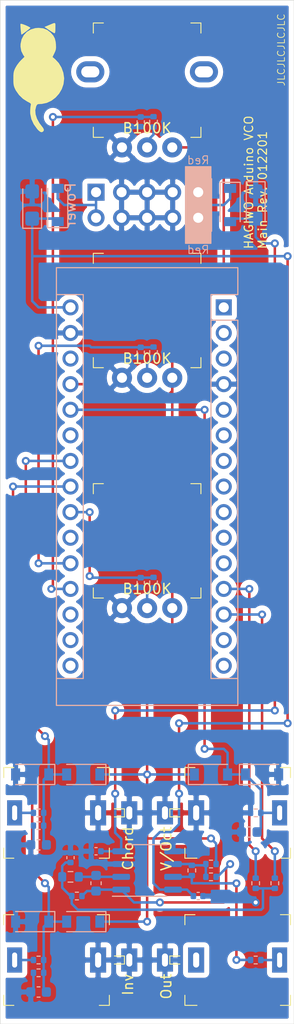
<source format=kicad_pcb>
(kicad_pcb (version 20171130) (host pcbnew "(5.1.10)-1")
  (layers (0 F.Cu signal) (31 B.Cu signal) (34 B.Paste user) (35 F.Paste user) (36 B.SilkS user) (37 F.SilkS user) (38 B.Mask user) (39 F.Mask user) (44 Edge.Cuts user))
  (net 0 "")
  (net 1 +12V)
  (net 2 GND)
  (net 3 D10)
  (net 4 D9)
  (net 5 +5V)
  (net 6 A7)
  (net 7 A5)
  (net 8 A4)
  (net 9 A3)
  (net 10 A1)
  (net 11 A0)
  (net 12 "Net-(C6-Pad1)")
  (net 13 "Net-(C8-Pad1)")
  (net 14 "Net-(D1-Pad2)")
  (net 15 "Net-(J3-PadT)")
  (net 16 "Net-(J5-PadT)")
  (net 17 "Net-(P1-PadW)")
  (net 18 "Net-(P2-PadW)")
  (net 19 "Net-(P3-PadW)")
  (net 20 "Net-(C6-Pad2)")
  (net 21 -12V)
  (net 22 "Net-(D6-Pad1)")
  (net 23 "Net-(J4-PadT)")
  (net 24 "Net-(R10-Pad2)")
  (net 25 "Net-(R10-Pad1)")
  (module Resistor_SMD:R_0402_1005Metric (layer B.Cu) (at 27.305 87.63 90)
    (fp_text reference R5 hide)
    (fp_text value 499k hide)
    (pad 2 smd roundrect (at 0.51 0 90) (size 0.54 0.64) (layers B.Cu B.Paste B.Mask) (net 3 D10))
    (pad 1 smd roundrect (at -0.51 0 90) (size 0.54 0.64) (layers B.Cu B.Paste B.Mask) (net 13 "Net-(C8-Pad1)"))
  )
  (module Package_SO:SO-8_3.9x4.9mm_P1.27mm (layer B.Cu) (at 14.605 86.36)
    (fp_text reference U1 hide)
    (fp_text value TL072CDT hide)
    (pad 8 smd roundrect (at 2.575 1.905) (size 1.75 0.6) (layers B.Cu B.Paste B.Mask) (net 1 +12V))
    (pad 7 smd roundrect (at 2.575 0.635) (size 1.75 0.6) (layers B.Cu B.Paste B.Mask) (net 25 "Net-(R10-Pad1)"))
    (pad 6 smd roundrect (at 2.575 -0.635) (size 1.75 0.6) (layers B.Cu B.Paste B.Mask) (net 24 "Net-(R10-Pad2)"))
    (pad 5 smd roundrect (at 2.575 -1.905) (size 1.75 0.6) (layers B.Cu B.Paste B.Mask) (net 2 GND))
    (pad 4 smd roundrect (at -2.575 -1.905) (size 1.75 0.6) (layers B.Cu B.Paste B.Mask) (net 21 -12V))
    (pad 3 smd roundrect (at -2.575 -0.635) (size 1.75 0.6) (layers B.Cu B.Paste B.Mask) (net 2 GND))
    (pad 2 smd roundrect (at -2.575 0.635) (size 1.75 0.6) (layers B.Cu B.Paste B.Mask) (net 20 "Net-(C6-Pad2)"))
    (pad 1 smd roundrect (at -2.575 1.905) (size 1.75 0.6) (layers B.Cu B.Paste B.Mask) (net 12 "Net-(C6-Pad1)"))
  )
  (module Resistor_SMD:R_0402_1005Metric (layer B.Cu) (at 20.955 85.725)
    (fp_text reference R16 hide)
    (fp_text value 100k hide)
    (pad 2 smd roundrect (at 0.51 0) (size 0.54 0.64) (layers B.Cu B.Paste B.Mask) (net 5 +5V))
    (pad 1 smd roundrect (at -0.51 0) (size 0.54 0.64) (layers B.Cu B.Paste B.Mask) (net 24 "Net-(R10-Pad2)"))
  )
  (module Resistor_SMD:R_0402_1005Metric (layer B.Cu) (at 25.4 95.25 180)
    (fp_text reference R15 hide)
    (fp_text value 1k hide)
    (pad 2 smd roundrect (at 0.51 0 180) (size 0.54 0.64) (layers B.Cu B.Paste B.Mask) (net 25 "Net-(R10-Pad1)"))
    (pad 1 smd roundrect (at -0.51 0 180) (size 0.54 0.64) (layers B.Cu B.Paste B.Mask) (net 23 "Net-(J4-PadT)"))
  )
  (module Resistor_SMD:R_0402_1005Metric (layer B.Cu) (at 20.955 86.995)
    (fp_text reference R14 hide)
    (fp_text value 100k hide)
    (pad 2 smd roundrect (at 0.51 0) (size 0.54 0.64) (layers B.Cu B.Paste B.Mask) (net 12 "Net-(C6-Pad1)"))
    (pad 1 smd roundrect (at -0.51 0) (size 0.54 0.64) (layers B.Cu B.Paste B.Mask) (net 24 "Net-(R10-Pad2)"))
  )
  (module Resistor_SMD:R_0603_1608Metric (layer B.Cu) (at 6.985 86.995 180)
    (fp_text reference R13 hide)
    (fp_text value 2k7 hide)
    (pad 2 smd roundrect (at 0.825 0 180) (size 0.8 0.95) (layers B.Cu B.Paste B.Mask) (net 13 "Net-(C8-Pad1)"))
    (pad 1 smd roundrect (at -0.825 0 180) (size 0.8 0.95) (layers B.Cu B.Paste B.Mask) (net 20 "Net-(C6-Pad2)"))
  )
  (module Resistor_SMD:R_0402_1005Metric (layer B.Cu) (at 19.05 86.36 90)
    (fp_text reference R10 hide)
    (fp_text value 100k hide)
    (pad 2 smd roundrect (at 0.51 0 90) (size 0.54 0.64) (layers B.Cu B.Paste B.Mask) (net 24 "Net-(R10-Pad2)"))
    (pad 1 smd roundrect (at -0.51 0 90) (size 0.54 0.64) (layers B.Cu B.Paste B.Mask) (net 25 "Net-(R10-Pad1)"))
  )
  (module Resistor_SMD:R_0402_1005Metric (layer B.Cu) (at 7.62 88.9)
    (fp_text reference R7 hide)
    (fp_text value 7k5 hide)
    (pad 2 smd roundrect (at 0.51 0) (size 0.54 0.64) (layers B.Cu B.Paste B.Mask) (net 12 "Net-(C6-Pad1)"))
    (pad 1 smd roundrect (at -0.51 0) (size 0.54 0.64) (layers B.Cu B.Paste B.Mask) (net 13 "Net-(C8-Pad1)"))
  )
  (module Diode_SMD:D_SOD-123 (layer B.Cu) (at 22.86 20.32 270)
    (fp_text reference D6 hide)
    (fp_text value "B5819W SL" hide)
    (pad 2 smd rect (at 1.65 0 270) (size 0.9 1.2) (layers B.Cu B.Paste B.Mask) (net 21 -12V))
    (pad 1 smd rect (at -1.65 0 270) (size 0.9 1.2) (layers B.Cu B.Paste B.Mask) (net 22 "Net-(D6-Pad1)"))
  )
  (module Capacitor_SMD:C_0402_1005Metric (layer B.Cu) (at 9.525 84.455)
    (fp_text reference C12 hide)
    (fp_text value 100n hide)
    (pad 2 smd roundrect (at 0.48 0) (size 0.56 0.62) (layers B.Cu B.Paste B.Mask) (net 21 -12V))
    (pad 1 smd roundrect (at -0.48 0) (size 0.56 0.62) (layers B.Cu B.Paste B.Mask) (net 2 GND))
  )
  (module Capacitor_Tantalum_SMD:CP_EIA-3216-18_Kemet-A (layer B.Cu) (at 25.4 20.32 270)
    (fp_text reference C11 hide)
    (fp_text value 10µ hide)
    (pad 2 smd roundrect (at 1.35 0 270) (size 1.4 1.35) (layers B.Cu B.Paste B.Mask) (roundrect_rratio 0.1851844444444445) (net 21 -12V))
    (pad 1 smd roundrect (at -1.35 0 270) (size 1.4 1.35) (layers B.Cu B.Paste B.Mask) (roundrect_rratio 0.1851844444444445) (net 2 GND))
  )
  (module Capacitor_SMD:C_0402_1005Metric (layer B.Cu) (at 19.685 88.9)
    (fp_text reference C10 hide)
    (fp_text value 100n hide)
    (pad 2 smd roundrect (at 0.48 0) (size 0.56 0.62) (layers B.Cu B.Paste B.Mask) (net 2 GND))
    (pad 1 smd roundrect (at -0.48 0) (size 0.56 0.62) (layers B.Cu B.Paste B.Mask) (net 1 +12V))
  )
  (module Capacitor_SMD:C_0402_1005Metric (layer B.Cu) (at 6.985 85.09 90)
    (fp_text reference C8 hide)
    (fp_text value 22n hide)
    (pad 2 smd roundrect (at 0.48 0 90) (size 0.56 0.62) (layers B.Cu B.Paste B.Mask) (net 2 GND))
    (pad 1 smd roundrect (at -0.48 0 90) (size 0.56 0.62) (layers B.Cu B.Paste B.Mask) (net 13 "Net-(C8-Pad1)"))
  )
  (module Capacitor_SMD:C_0603_1608Metric (layer B.Cu) (at 9.525 87.63 90)
    (fp_text reference C6 hide)
    (fp_text value 3.3n hide)
    (pad 2 smd roundrect (at 0.775 0 90) (size 0.9 0.95) (layers B.Cu B.Paste B.Mask) (net 20 "Net-(C6-Pad2)"))
    (pad 1 smd roundrect (at -0.775 0 90) (size 0.9 0.95) (layers B.Cu B.Paste B.Mask) (net 12 "Net-(C6-Pad1)"))
  )
  (module "Eurorack_Synth:CATs Tiny" (layer F.Cu) (at 3.81 7.62)
    (fp_text reference G*** hide)
    (fp_text value LOGO hide)
  )
  (module Potentiometer_THT_Additional:Potentiometer_AlpsAlpine_RK09L1140_oS (layer F.Cu) (at 14.605 60.325)
    (fp_text reference P3 hide)
    (fp_text value B100K (at 0 -1.905) (layer F.SilkS))
    (pad CCW thru_hole circle (at -2.5 0) (size 2 2) (drill 1) (layers *.Cu *.Mask) (net 2 GND))
    (pad W thru_hole circle (at 0 0) (size 2 2) (drill 1) (layers *.Cu *.Mask) (net 19 "Net-(P3-PadW)"))
    (pad CW thru_hole circle (at 2.5 0) (size 2 2) (drill 1) (layers *.Cu *.Mask) (net 5 +5V))
  )
  (module Potentiometer_THT_Additional:Potentiometer_AlpsAlpine_RK09L1140_oS (layer F.Cu) (at 14.605 37.465)
    (fp_text reference P2 hide)
    (fp_text value B100K (at 0 -1.905) (layer F.SilkS))
    (pad CCW thru_hole circle (at -2.5 0) (size 2 2) (drill 1) (layers *.Cu *.Mask) (net 2 GND))
    (pad W thru_hole circle (at 0 0) (size 2 2) (drill 1) (layers *.Cu *.Mask) (net 18 "Net-(P2-PadW)"))
    (pad CW thru_hole circle (at 2.5 0) (size 2 2) (drill 1) (layers *.Cu *.Mask) (net 5 +5V))
  )
  (module Resistor_SMD:R_0402_1005Metric (layer B.Cu) (at 3.81 80.645)
    (fp_text reference R12 hide)
    (fp_text value 1k hide)
    (pad 2 smd roundrect (at 0.51 0) (size 0.54 0.64) (layers B.Cu B.Paste B.Mask) (net 7 A5))
    (pad 1 smd roundrect (at -0.51 0) (size 0.54 0.64) (layers B.Cu B.Paste B.Mask) (net 16 "Net-(J5-PadT)"))
  )
  (module Resistor_SMD:R_0402_1005Metric (layer B.Cu) (at 3.81 81.915 180)
    (fp_text reference R11 hide)
    (fp_text value 100k hide)
    (pad 2 smd roundrect (at 0.51 0 180) (size 0.54 0.64) (layers B.Cu B.Paste B.Mask) (net 2 GND))
    (pad 1 smd roundrect (at -0.51 0 180) (size 0.54 0.64) (layers B.Cu B.Paste B.Mask) (net 7 A5))
  )
  (module Resistor_SMD:R_0402_1005Metric (layer B.Cu) (at 3.81 95.25)
    (fp_text reference R9 hide)
    (fp_text value 1k hide)
    (pad 2 smd roundrect (at 0.51 0) (size 0.54 0.64) (layers B.Cu B.Paste B.Mask) (net 8 A4))
    (pad 1 smd roundrect (at -0.51 0) (size 0.54 0.64) (layers B.Cu B.Paste B.Mask) (net 15 "Net-(J3-PadT)"))
  )
  (module Resistor_SMD:R_0402_1005Metric (layer B.Cu) (at 3.81 96.52 180)
    (fp_text reference R8 hide)
    (fp_text value 100k hide)
    (pad 2 smd roundrect (at 0.51 0 180) (size 0.54 0.64) (layers B.Cu B.Paste B.Mask) (net 2 GND))
    (pad 1 smd roundrect (at -0.51 0 180) (size 0.54 0.64) (layers B.Cu B.Paste B.Mask) (net 8 A4))
  )
  (module Resistor_SMD:R_0402_1005Metric (layer B.Cu) (at 25.4 87.63 90)
    (fp_text reference R6 hide)
    (fp_text value 3k9 hide)
    (pad 2 smd roundrect (at 0.51 0 90) (size 0.54 0.64) (layers B.Cu B.Paste B.Mask) (net 4 D9))
    (pad 1 smd roundrect (at -0.51 0 90) (size 0.54 0.64) (layers B.Cu B.Paste B.Mask) (net 13 "Net-(C8-Pad1)"))
  )
  (module Resistor_SMD:R_0402_1005Metric (layer B.Cu) (at 25.4 80.645 180)
    (fp_text reference R4 hide)
    (fp_text value 100k hide)
    (pad 2 smd roundrect (at 0.51 0 180) (size 0.54 0.64) (layers B.Cu B.Paste B.Mask) (net 2 GND))
    (pad 1 smd roundrect (at -0.51 0 180) (size 0.54 0.64) (layers B.Cu B.Paste B.Mask) (net 6 A7))
  )
  (module Resistor_SMD:R_0402_1005Metric (layer B.Cu) (at 15.24 57.785 270)
    (fp_text reference R3 hide)
    (fp_text value 1k hide)
    (pad 2 smd roundrect (at 0.51 0 270) (size 0.54 0.64) (layers B.Cu B.Paste B.Mask) (net 19 "Net-(P3-PadW)"))
    (pad 1 smd roundrect (at -0.51 0 270) (size 0.54 0.64) (layers B.Cu B.Paste B.Mask) (net 9 A3))
  )
  (module Resistor_SMD:R_0402_1005Metric (layer B.Cu) (at 15.24 34.925 270)
    (fp_text reference R2 hide)
    (fp_text value 1k hide)
    (pad 2 smd roundrect (at 0.51 0 270) (size 0.54 0.64) (layers B.Cu B.Paste B.Mask) (net 18 "Net-(P2-PadW)"))
    (pad 1 smd roundrect (at -0.51 0 270) (size 0.54 0.64) (layers B.Cu B.Paste B.Mask) (net 10 A1))
  )
  (module Resistor_SMD:R_0402_1005Metric (layer B.Cu) (at 15.24 12.065 270)
    (fp_text reference R1 hide)
    (fp_text value 1k hide)
    (pad 2 smd roundrect (at 0.51 0 270) (size 0.54 0.64) (layers B.Cu B.Paste B.Mask) (net 17 "Net-(P1-PadW)"))
    (pad 1 smd roundrect (at -0.51 0 270) (size 0.54 0.64) (layers B.Cu B.Paste B.Mask) (net 11 A0))
  )
  (module Potentiometer_THT_Additional:Potentiometer_AlpsAlpine_RK09L1140 (layer F.Cu) (at 14.605 14.605)
    (fp_text reference P1 hide)
    (fp_text value B100K (at 0 -1.905) (layer F.SilkS))
    (pad CW thru_hole circle (at 2.5 0) (size 2 2) (drill 1) (layers *.Cu *.Mask) (net 5 +5V))
    (pad W thru_hole circle (at 0 0) (size 2 2) (drill 1) (layers *.Cu *.Mask) (net 17 "Net-(P1-PadW)"))
    (pad CCW thru_hole circle (at -2.5 0) (size 2 2) (drill 1) (layers *.Cu *.Mask) (net 2 GND))
    (pad "" np_thru_hole oval (at 5.65 -7.5) (size 2.8 2.1) (drill oval 1.8 1.1) (layers *.Cu *.Mask))
    (pad "" np_thru_hole oval (at -5.65 -7.5) (size 2.8 2.1) (drill oval 1.8 1.1) (layers *.Cu *.Mask))
  )
  (module Connector_Audio_QingPu:Jack_3.5mm_QingPu_WQP-PJ301M-12 (layer F.Cu) (at 6.35 80.645 90)
    (fp_text reference J5 hide)
    (fp_text value Chord (at -1.27 6.35 90) (layer F.SilkS) (effects (justify right)))
    (pad T thru_hole rect (at 0 -4.92 90) (size 2.5 1.5) (drill oval 1.5 0.5) (layers *.Cu *.Mask) (net 16 "Net-(J5-PadT)"))
    (pad TN thru_hole rect (at 0 3.38 90) (size 2.5 1.6) (drill oval 1.5 0.6) (layers *.Cu *.Mask) (net 2 GND))
    (pad S thru_hole rect (at 0 6.48 90) (size 2.3 1.6) (drill oval 1.3 0.6) (layers *.Cu *.Mask) (net 2 GND))
  )
  (module Connector_Audio_QingPu:Jack_3.5mm_QingPu_WQP-PJ301M-12 (layer F.Cu) (at 22.86 95.25 270)
    (fp_text reference J4 hide)
    (fp_text value Out (at 1.27 6.35 90) (layer F.SilkS) (effects (justify right)))
    (pad T thru_hole rect (at 0 -4.92 270) (size 2.5 1.5) (drill oval 1.5 0.5) (layers *.Cu *.Mask) (net 23 "Net-(J4-PadT)"))
    (pad TN thru_hole rect (at 0 3.38 270) (size 2.5 1.6) (drill oval 1.5 0.6) (layers *.Cu *.Mask))
    (pad S thru_hole rect (at 0 6.48 270) (size 2.3 1.6) (drill oval 1.3 0.6) (layers *.Cu *.Mask) (net 2 GND))
  )
  (module Connector_Audio_QingPu:Jack_3.5mm_QingPu_WQP-PJ301M-12 (layer F.Cu) (at 6.35 95.25 90)
    (fp_text reference J3 hide)
    (fp_text value Inv (at -1.27 6.35 90) (layer F.SilkS) (effects (justify right)))
    (pad T thru_hole rect (at 0 -4.92 90) (size 2.5 1.5) (drill oval 1.5 0.5) (layers *.Cu *.Mask) (net 15 "Net-(J3-PadT)"))
    (pad TN thru_hole rect (at 0 3.38 90) (size 2.5 1.6) (drill oval 1.5 0.6) (layers *.Cu *.Mask) (net 2 GND))
    (pad S thru_hole rect (at 0 6.48 90) (size 2.3 1.6) (drill oval 1.3 0.6) (layers *.Cu *.Mask) (net 2 GND))
  )
  (module Connector_Audio_QingPu:Jack_3.5mm_QingPu_WQP-PJ301M-12 (layer F.Cu) (at 22.86 80.645 270)
    (fp_text reference J2 hide)
    (fp_text value V/Oct (at 1.27 6.35 90) (layer F.SilkS) (effects (justify right)))
    (pad T thru_hole rect (at 0 -4.92 270) (size 2.5 1.5) (drill oval 1.5 0.5) (layers *.Cu *.Mask) (net 6 A7))
    (pad TN thru_hole rect (at 0 3.38 270) (size 2.5 1.6) (drill oval 1.5 0.6) (layers *.Cu *.Mask) (net 2 GND))
    (pad S thru_hole rect (at 0 6.48 270) (size 2.3 1.6) (drill oval 1.3 0.6) (layers *.Cu *.Mask) (net 2 GND))
  )
  (module Eurorack_Synth:Power_2x5_Vertical (layer B.Cu) (at 9.525 19.05 270)
    (fp_text reference J1 hide)
    (fp_text value Power (at 1.27 2.54 270) (layer B.SilkS) (effects (justify mirror)))
    (fp_text user Red (at -3.175 -10.16) (layer B.SilkS) (effects (font (size 0.8 0.8) (thickness 0.1)) (justify mirror)))
    (fp_text user Red (at 5.715 -10.16) (layer B.SilkS) (effects (font (size 0.8 0.8) (thickness 0.1)) (justify mirror)))
    (pad -12V thru_hole oval (at 2.54 -10.16 270) (size 1.7 1.7) (drill 1) (layers *.Cu *.Mask) (net 22 "Net-(D6-Pad1)"))
    (pad -12V thru_hole oval (at 0 -10.16 270) (size 1.7 1.7) (drill 1) (layers *.Cu *.Mask) (net 22 "Net-(D6-Pad1)"))
    (pad GND thru_hole oval (at 2.54 -7.62 270) (size 1.7 1.7) (drill 1) (layers *.Cu *.Mask) (net 2 GND))
    (pad GND thru_hole oval (at 0 -7.62 270) (size 1.7 1.7) (drill 1) (layers *.Cu *.Mask) (net 2 GND))
    (pad GND thru_hole oval (at 2.54 -5.08 270) (size 1.7 1.7) (drill 1) (layers *.Cu *.Mask) (net 2 GND))
    (pad GND thru_hole oval (at 0 -5.08 270) (size 1.7 1.7) (drill 1) (layers *.Cu *.Mask) (net 2 GND))
    (pad GND thru_hole oval (at 2.54 -2.54 270) (size 1.7 1.7) (drill 1) (layers *.Cu *.Mask) (net 2 GND))
    (pad GND thru_hole oval (at 0 -2.54 270) (size 1.7 1.7) (drill 1) (layers *.Cu *.Mask) (net 2 GND))
    (pad +12V thru_hole oval (at 2.54 0 270) (size 1.7 1.7) (drill 1) (layers *.Cu *.Mask) (net 14 "Net-(D1-Pad2)"))
    (pad +12V thru_hole rect (at 0 0 270) (size 1.7 1.7) (drill 1) (layers *.Cu *.Mask) (net 14 "Net-(D1-Pad2)"))
  )
  (module Diode_SMD:D_SOD-123 (layer B.Cu) (at 3.175 76.835 180)
    (fp_text reference D9 hide)
    (fp_text value BAT43 hide)
    (pad 2 smd rect (at 1.65 0 180) (size 0.9 1.2) (layers B.Cu B.Paste B.Mask) (net 2 GND))
    (pad 1 smd rect (at -1.65 0 180) (size 0.9 1.2) (layers B.Cu B.Paste B.Mask) (net 7 A5))
  )
  (module Diode_SMD:D_SOD-123 (layer B.Cu) (at 8.255 76.835 180)
    (fp_text reference D8 hide)
    (fp_text value BAT43 hide)
    (pad 2 smd rect (at 1.65 0 180) (size 0.9 1.2) (layers B.Cu B.Paste B.Mask) (net 7 A5))
    (pad 1 smd rect (at -1.65 0 180) (size 0.9 1.2) (layers B.Cu B.Paste B.Mask) (net 5 +5V))
  )
  (module Diode_SMD:D_SOD-123 (layer B.Cu) (at 3.175 91.44 180)
    (fp_text reference D5 hide)
    (fp_text value BAT43 hide)
    (pad 2 smd rect (at 1.65 0 180) (size 0.9 1.2) (layers B.Cu B.Paste B.Mask) (net 2 GND))
    (pad 1 smd rect (at -1.65 0 180) (size 0.9 1.2) (layers B.Cu B.Paste B.Mask) (net 8 A4))
  )
  (module Diode_SMD:D_SOD-123 (layer B.Cu) (at 8.255 91.44 180)
    (fp_text reference D4 hide)
    (fp_text value BAT43 hide)
    (pad 2 smd rect (at 1.65 0 180) (size 0.9 1.2) (layers B.Cu B.Paste B.Mask) (net 8 A4))
    (pad 1 smd rect (at -1.65 0 180) (size 0.9 1.2) (layers B.Cu B.Paste B.Mask) (net 5 +5V))
  )
  (module Diode_SMD:D_SOD-123 (layer B.Cu) (at 26.035 76.835)
    (fp_text reference D3 hide)
    (fp_text value BAT43 hide)
    (pad 2 smd rect (at 1.65 0) (size 0.9 1.2) (layers B.Cu B.Paste B.Mask) (net 2 GND))
    (pad 1 smd rect (at -1.65 0) (size 0.9 1.2) (layers B.Cu B.Paste B.Mask) (net 6 A7))
  )
  (module Diode_SMD:D_SOD-123 (layer B.Cu) (at 20.955 76.835)
    (fp_text reference D2 hide)
    (fp_text value BAT43 hide)
    (pad 2 smd rect (at 1.65 0) (size 0.9 1.2) (layers B.Cu B.Paste B.Mask) (net 6 A7))
    (pad 1 smd rect (at -1.65 0) (size 0.9 1.2) (layers B.Cu B.Paste B.Mask) (net 5 +5V))
  )
  (module Diode_SMD:D_SOD-123 (layer B.Cu) (at 5.715 20.32 90)
    (fp_text reference D1 hide)
    (fp_text value "B5819W SL" hide)
    (pad 2 smd rect (at 1.65 0 90) (size 0.9 1.2) (layers B.Cu B.Paste B.Mask) (net 14 "Net-(D1-Pad2)"))
    (pad 1 smd rect (at -1.65 0 90) (size 0.9 1.2) (layers B.Cu B.Paste B.Mask) (net 1 +12V))
  )
  (module Capacitor_SMD:C_0603_1608Metric (layer B.Cu) (at 3.81 83.82 180)
    (fp_text reference C9 hide)
    (fp_text value 68n hide)
    (pad 2 smd roundrect (at 0.775 0 180) (size 0.9 0.95) (layers B.Cu B.Paste B.Mask) (net 2 GND))
    (pad 1 smd roundrect (at -0.775 0 180) (size 0.9 0.95) (layers B.Cu B.Paste B.Mask) (net 7 A5))
  )
  (module Capacitor_SMD:C_0603_1608Metric (layer B.Cu) (at 3.81 98.425 180)
    (fp_text reference C7 hide)
    (fp_text value 68n hide)
    (pad 2 smd roundrect (at 0.775 0 180) (size 0.9 0.95) (layers B.Cu B.Paste B.Mask) (net 2 GND))
    (pad 1 smd roundrect (at -0.775 0 180) (size 0.9 0.95) (layers B.Cu B.Paste B.Mask) (net 8 A4))
  )
  (module Capacitor_SMD:C_0603_1608Metric (layer B.Cu) (at 24.765 82.55 180)
    (fp_text reference C5 hide)
    (fp_text value 68n hide)
    (pad 2 smd roundrect (at 0.775 0 180) (size 0.9 0.95) (layers B.Cu B.Paste B.Mask) (net 2 GND))
    (pad 1 smd roundrect (at -0.775 0 180) (size 0.9 0.95) (layers B.Cu B.Paste B.Mask) (net 6 A7))
  )
  (module Capacitor_SMD:C_0402_1005Metric (layer B.Cu) (at 13.97 57.785 270)
    (fp_text reference C4 hide)
    (fp_text value 10n hide)
    (pad 2 smd roundrect (at 0.48 0 270) (size 0.56 0.62) (layers B.Cu B.Paste B.Mask) (net 2 GND))
    (pad 1 smd roundrect (at -0.48 0 270) (size 0.56 0.62) (layers B.Cu B.Paste B.Mask) (net 9 A3))
  )
  (module Capacitor_SMD:C_0402_1005Metric (layer B.Cu) (at 13.97 34.925 270)
    (fp_text reference C3 hide)
    (fp_text value 10n hide)
    (pad 2 smd roundrect (at 0.48 0 270) (size 0.56 0.62) (layers B.Cu B.Paste B.Mask) (net 2 GND))
    (pad 1 smd roundrect (at -0.48 0 270) (size 0.56 0.62) (layers B.Cu B.Paste B.Mask) (net 10 A1))
  )
  (module Capacitor_SMD:C_0402_1005Metric (layer B.Cu) (at 13.97 12.065 270)
    (fp_text reference C2 hide)
    (fp_text value 10n hide)
    (pad 2 smd roundrect (at 0.48 0 270) (size 0.56 0.62) (layers B.Cu B.Paste B.Mask) (net 2 GND))
    (pad 1 smd roundrect (at -0.48 0 270) (size 0.56 0.62) (layers B.Cu B.Paste B.Mask) (net 11 A0))
  )
  (module Capacitor_Tantalum_SMD:CP_EIA-3216-18_Kemet-A (layer B.Cu) (at 3.175 20.32 90)
    (fp_text reference C1 hide)
    (fp_text value 10µ hide)
    (pad 2 smd roundrect (at 1.35 0 90) (size 1.4 1.35) (layers B.Cu B.Paste B.Mask) (roundrect_rratio 0.1851844444444445) (net 2 GND))
    (pad 1 smd roundrect (at -1.35 0 90) (size 1.4 1.35) (layers B.Cu B.Paste B.Mask) (roundrect_rratio 0.1851844444444445) (net 1 +12V))
  )
  (module Module:Arduino_Nano (layer B.Cu) (at 22.225 30.48 180)
    (fp_text reference A1 hide)
    (fp_text value Arduino_Nano_v3.x hide)
    (pad 16 thru_hole oval (at 15.24 -35.56 180) (size 1.6 1.6) (drill 1) (layers *.Cu *.Mask))
    (pad 15 thru_hole oval (at 0 -35.56 180) (size 1.6 1.6) (drill 1) (layers *.Cu *.Mask))
    (pad 30 thru_hole oval (at 15.24 0 180) (size 1.6 1.6) (drill 1) (layers *.Cu *.Mask) (net 1 +12V))
    (pad 14 thru_hole oval (at 0 -33.02 180) (size 1.6 1.6) (drill 1) (layers *.Cu *.Mask))
    (pad 29 thru_hole oval (at 15.24 -2.54 180) (size 1.6 1.6) (drill 1) (layers *.Cu *.Mask) (net 2 GND))
    (pad 13 thru_hole oval (at 0 -30.48 180) (size 1.6 1.6) (drill 1) (layers *.Cu *.Mask) (net 3 D10))
    (pad 28 thru_hole oval (at 15.24 -5.08 180) (size 1.6 1.6) (drill 1) (layers *.Cu *.Mask))
    (pad 12 thru_hole oval (at 0 -27.94 180) (size 1.6 1.6) (drill 1) (layers *.Cu *.Mask) (net 4 D9))
    (pad 27 thru_hole oval (at 15.24 -7.62 180) (size 1.6 1.6) (drill 1) (layers *.Cu *.Mask) (net 5 +5V))
    (pad 11 thru_hole oval (at 0 -25.4 180) (size 1.6 1.6) (drill 1) (layers *.Cu *.Mask))
    (pad 26 thru_hole oval (at 15.24 -10.16 180) (size 1.6 1.6) (drill 1) (layers *.Cu *.Mask) (net 6 A7))
    (pad 10 thru_hole oval (at 0 -22.86 180) (size 1.6 1.6) (drill 1) (layers *.Cu *.Mask))
    (pad 25 thru_hole oval (at 15.24 -12.7 180) (size 1.6 1.6) (drill 1) (layers *.Cu *.Mask))
    (pad 9 thru_hole oval (at 0 -20.32 180) (size 1.6 1.6) (drill 1) (layers *.Cu *.Mask))
    (pad 24 thru_hole oval (at 15.24 -15.24 180) (size 1.6 1.6) (drill 1) (layers *.Cu *.Mask) (net 7 A5))
    (pad 8 thru_hole oval (at 0 -17.78 180) (size 1.6 1.6) (drill 1) (layers *.Cu *.Mask))
    (pad 23 thru_hole oval (at 15.24 -17.78 180) (size 1.6 1.6) (drill 1) (layers *.Cu *.Mask) (net 8 A4))
    (pad 7 thru_hole oval (at 0 -15.24 180) (size 1.6 1.6) (drill 1) (layers *.Cu *.Mask))
    (pad 22 thru_hole oval (at 15.24 -20.32 180) (size 1.6 1.6) (drill 1) (layers *.Cu *.Mask) (net 9 A3))
    (pad 6 thru_hole oval (at 0 -12.7 180) (size 1.6 1.6) (drill 1) (layers *.Cu *.Mask))
    (pad 21 thru_hole oval (at 15.24 -22.86 180) (size 1.6 1.6) (drill 1) (layers *.Cu *.Mask))
    (pad 5 thru_hole oval (at 0 -10.16 180) (size 1.6 1.6) (drill 1) (layers *.Cu *.Mask))
    (pad 20 thru_hole oval (at 15.24 -25.4 180) (size 1.6 1.6) (drill 1) (layers *.Cu *.Mask) (net 10 A1))
    (pad 4 thru_hole oval (at 0 -7.62 180) (size 1.6 1.6) (drill 1) (layers *.Cu *.Mask) (net 2 GND))
    (pad 19 thru_hole oval (at 15.24 -27.94 180) (size 1.6 1.6) (drill 1) (layers *.Cu *.Mask) (net 11 A0))
    (pad 3 thru_hole oval (at 0 -5.08 180) (size 1.6 1.6) (drill 1) (layers *.Cu *.Mask))
    (pad 18 thru_hole oval (at 15.24 -30.48 180) (size 1.6 1.6) (drill 1) (layers *.Cu *.Mask))
    (pad 2 thru_hole oval (at 0 -2.54 180) (size 1.6 1.6) (drill 1) (layers *.Cu *.Mask))
    (pad 17 thru_hole oval (at 15.24 -33.02 180) (size 1.6 1.6) (drill 1) (layers *.Cu *.Mask))
    (pad 1 thru_hole rect (at 0 0 180) (size 1.6 1.6) (drill 1) (layers *.Cu *.Mask))
  )
  (gr_text JLCJLCJLCJLC (at 27.94 1.27 90) (layer F.SilkS) (effects (font (size 0.7 0.7) (thickness 0.08)) (justify right)))
  (gr_text "HAGIWO Arduino VCO\nMain Rev. 012201" (at 25.4 24.765 90) (layer F.SilkS) (effects (font (size 0.85 0.85) (thickness 0.12)) (justify left)))
  (gr_line (start 0 101.6) (end 0 0) (layer Edge.Cuts) (width 0.05))
  (gr_line (start 29.21 101.6) (end 0 101.6) (layer Edge.Cuts) (width 0.05))
  (gr_line (start 29.21 0) (end 29.21 101.6) (layer Edge.Cuts) (width 0.05))
  (gr_line (start 0 0) (end 29.21 0) (layer Edge.Cuts) (width 0.05))
  (segment (start 6.985 30.48) (end 3.81 30.48) (width 0.25) (layer B.Cu) (net 1))
  (segment (start 3.81 30.48) (end 3.175 29.845) (width 0.25) (layer B.Cu) (net 1))
  (segment (start 5.415 21.67) (end 5.715 21.97) (width 0.25) (layer B.Cu) (net 1))
  (segment (start 3.175 21.67) (end 5.415 21.67) (width 0.25) (layer B.Cu) (net 1))
  (segment (start 18.57 88.265) (end 19.205 88.9) (width 0.25) (layer B.Cu) (net 1))
  (segment (start 17.18 88.265) (end 18.57 88.265) (width 0.25) (layer B.Cu) (net 1))
  (segment (start 17.18 88.265) (end 15.875 88.265) (width 0.25) (layer B.Cu) (net 1))
  (segment (start 15.875 88.265) (end 15.24 87.63) (width 0.25) (layer B.Cu) (net 1))
  (segment (start 15.24 87.63) (end 15.24 83.185) (width 0.25) (layer B.Cu) (net 1))
  (segment (start 15.24 83.185) (end 15.875 82.55) (width 0.25) (layer B.Cu) (net 1))
  (segment (start 17.010002 82.55) (end 17.78 81.780002) (width 0.25) (layer B.Cu) (net 1))
  (segment (start 15.875 82.55) (end 17.010002 82.55) (width 0.25) (layer B.Cu) (net 1))
  (segment (start 17.78 81.780002) (end 17.78 78.74) (width 0.25) (layer B.Cu) (net 1))
  (segment (start 17.78 78.74) (end 17.78 78.74) (width 0.25) (layer B.Cu) (net 1))
  (via (at 17.78 78.74) (size 0.8) (drill 0.4) (layers F.Cu B.Cu) (net 1))
  (segment (start 17.78 78.74) (end 17.78 71.755) (width 0.25) (layer F.Cu) (net 1))
  (segment (start 17.78 71.755) (end 17.78 71.755) (width 0.25) (layer F.Cu) (net 1))
  (via (at 17.78 71.755) (size 0.8) (drill 0.4) (layers F.Cu B.Cu) (net 1))
  (segment (start 17.78 71.755) (end 28.575 71.755) (width 0.25) (layer B.Cu) (net 1))
  (segment (start 28.575 71.755) (end 28.575 71.755) (width 0.25) (layer B.Cu) (net 1))
  (via (at 28.575 71.755) (size 0.8) (drill 0.4) (layers F.Cu B.Cu) (net 1))
  (segment (start 28.575 71.755) (end 28.575 25.4) (width 0.25) (layer F.Cu) (net 1))
  (segment (start 28.575 25.4) (end 28.575 25.4) (width 0.25) (layer F.Cu) (net 1))
  (via (at 28.575 25.4) (size 0.8) (drill 0.4) (layers F.Cu B.Cu) (net 1))
  (segment (start 28.575 25.4) (end 3.175 25.4) (width 0.25) (layer B.Cu) (net 1))
  (segment (start 3.175 25.4) (end 3.175 21.67) (width 0.25) (layer B.Cu) (net 1))
  (segment (start 3.175 29.845) (end 3.175 25.4) (width 0.25) (layer B.Cu) (net 1))
  (segment (start 3.3 98.16) (end 3.035 98.425) (width 0.25) (layer B.Cu) (net 2))
  (segment (start 3.3 96.52) (end 3.3 98.16) (width 0.25) (layer B.Cu) (net 2))
  (segment (start 3.3 83.555) (end 3.035 83.82) (width 0.25) (layer B.Cu) (net 2))
  (segment (start 3.3 81.915) (end 3.3 83.555) (width 0.25) (layer B.Cu) (net 2))
  (via (at 25.4 89.535) (size 0.8) (drill 0.4) (layers F.Cu B.Cu) (net 2))
  (via (at 27.305 84.455) (size 0.8) (drill 0.4) (layers F.Cu B.Cu) (net 3))
  (segment (start 26.035 83.185) (end 26.035 60.96) (width 0.25) (layer F.Cu) (net 3))
  (segment (start 27.305 84.455) (end 26.035 83.185) (width 0.25) (layer F.Cu) (net 3))
  (segment (start 26.035 60.96) (end 26.035 60.96) (width 0.25) (layer F.Cu) (net 3))
  (via (at 26.035 60.96) (size 0.8) (drill 0.4) (layers F.Cu B.Cu) (net 3))
  (segment (start 22.225 60.96) (end 26.035 60.96) (width 0.25) (layer B.Cu) (net 3))
  (segment (start 27.305 87.12) (end 27.305 84.455) (width 0.25) (layer B.Cu) (net 3))
  (via (at 25.4 84.455) (size 0.8) (drill 0.4) (layers F.Cu B.Cu) (net 4))
  (segment (start 25.4 87.12) (end 25.4 84.455) (width 0.25) (layer B.Cu) (net 4))
  (segment (start 24.765 83.82) (end 24.765 58.42) (width 0.25) (layer F.Cu) (net 4))
  (segment (start 25.4 84.455) (end 24.765 83.82) (width 0.25) (layer F.Cu) (net 4))
  (segment (start 24.765 58.42) (end 24.765 58.42) (width 0.25) (layer F.Cu) (net 4))
  (via (at 24.765 58.42) (size 0.8) (drill 0.4) (layers F.Cu B.Cu) (net 4))
  (segment (start 22.225 58.42) (end 24.765 58.42) (width 0.25) (layer B.Cu) (net 4))
  (segment (start 8.89 38.1) (end 6.985 38.1) (width 0.25) (layer F.Cu) (net 5))
  (segment (start 10.16 39.37) (end 8.89 38.1) (width 0.25) (layer F.Cu) (net 5))
  (segment (start 16.51 39.37) (end 10.16 39.37) (width 0.25) (layer F.Cu) (net 5))
  (segment (start 17.105 37.465) (end 17.105 38.775) (width 0.25) (layer F.Cu) (net 5))
  (segment (start 17.105 38.775) (end 16.51 39.37) (width 0.25) (layer F.Cu) (net 5))
  (segment (start 17.105 37.465) (end 17.105 60.325) (width 0.25) (layer F.Cu) (net 5))
  (segment (start 17.105 60.325) (end 17.105 66.08) (width 0.25) (layer F.Cu) (net 5))
  (segment (start 17.105 66.08) (end 14.605 68.58) (width 0.25) (layer F.Cu) (net 5))
  (segment (start 14.605 68.58) (end 14.605 76.835) (width 0.25) (layer F.Cu) (net 5))
  (segment (start 14.605 76.835) (end 14.605 76.835) (width 0.25) (layer F.Cu) (net 5))
  (via (at 14.605 76.835) (size 0.8) (drill 0.4) (layers F.Cu B.Cu) (net 5))
  (segment (start 9.905 76.835) (end 14.605 76.835) (width 0.25) (layer B.Cu) (net 5))
  (segment (start 19.305 76.835) (end 14.605 76.835) (width 0.25) (layer B.Cu) (net 5))
  (segment (start 14.605 91.44) (end 14.605 91.44) (width 0.25) (layer F.Cu) (net 5))
  (via (at 14.605 91.44) (size 0.8) (drill 0.4) (layers F.Cu B.Cu) (net 5))
  (segment (start 9.905 91.44) (end 14.605 91.44) (width 0.25) (layer B.Cu) (net 5))
  (segment (start 17.105 37.465) (end 17.105 28.615) (width 0.25) (layer F.Cu) (net 5))
  (segment (start 17.105 28.615) (end 17.78 27.94) (width 0.25) (layer F.Cu) (net 5))
  (segment (start 17.78 27.94) (end 21.59 27.94) (width 0.25) (layer F.Cu) (net 5))
  (segment (start 21.59 27.94) (end 22.225 27.305) (width 0.25) (layer F.Cu) (net 5))
  (segment (start 22.225 27.305) (end 22.225 15.24) (width 0.25) (layer F.Cu) (net 5))
  (segment (start 17.105 14.605) (end 21.59 14.605) (width 0.25) (layer F.Cu) (net 5))
  (segment (start 21.59 14.605) (end 22.225 15.24) (width 0.25) (layer F.Cu) (net 5))
  (segment (start 21.465 85.725) (end 21.465 83.695) (width 0.25) (layer B.Cu) (net 5))
  (segment (start 21.465 83.695) (end 20.955 83.185) (width 0.25) (layer B.Cu) (net 5))
  (segment (start 20.955 83.185) (end 20.955 83.185) (width 0.25) (layer B.Cu) (net 5))
  (via (at 20.955 83.185) (size 0.8) (drill 0.4) (layers F.Cu B.Cu) (net 5))
  (segment (start 20.955 83.185) (end 14.605 83.185) (width 0.25) (layer F.Cu) (net 5))
  (segment (start 14.605 83.185) (end 14.605 91.44) (width 0.25) (layer F.Cu) (net 5))
  (segment (start 14.605 76.835) (end 14.605 83.185) (width 0.25) (layer F.Cu) (net 5))
  (via (at 20.32 74.295) (size 0.8) (drill 0.4) (layers F.Cu B.Cu) (net 6))
  (segment (start 25.91 82.18) (end 25.54 82.55) (width 0.25) (layer B.Cu) (net 6))
  (segment (start 25.91 80.645) (end 25.91 82.18) (width 0.25) (layer B.Cu) (net 6))
  (segment (start 25.91 80.645) (end 27.78 80.645) (width 0.25) (layer B.Cu) (net 6))
  (segment (start 25.91 78.36) (end 24.385 76.835) (width 0.25) (layer B.Cu) (net 6))
  (segment (start 25.91 80.645) (end 25.91 78.36) (width 0.25) (layer B.Cu) (net 6))
  (segment (start 24.385 76.835) (end 22.605 76.835) (width 0.25) (layer B.Cu) (net 6))
  (segment (start 22.605 76.835) (end 22.605 74.675) (width 0.25) (layer B.Cu) (net 6))
  (segment (start 22.225 74.295) (end 20.32 74.295) (width 0.25) (layer B.Cu) (net 6))
  (segment (start 22.605 74.675) (end 22.225 74.295) (width 0.25) (layer B.Cu) (net 6))
  (segment (start 20.32 74.295) (end 20.32 40.64) (width 0.25) (layer F.Cu) (net 6))
  (segment (start 20.32 40.64) (end 20.32 40.64) (width 0.25) (layer F.Cu) (net 6))
  (via (at 20.32 40.64) (size 0.8) (drill 0.4) (layers F.Cu B.Cu) (net 6))
  (segment (start 20.32 40.64) (end 6.985 40.64) (width 0.25) (layer B.Cu) (net 6))
  (via (at 2.54 45.72) (size 0.8) (drill 0.4) (layers F.Cu B.Cu) (net 7))
  (segment (start 4.32 80.645) (end 4.32 81.915) (width 0.25) (layer B.Cu) (net 7))
  (segment (start 4.32 83.555) (end 4.585 83.82) (width 0.25) (layer B.Cu) (net 7))
  (segment (start 4.32 81.915) (end 4.32 83.555) (width 0.25) (layer B.Cu) (net 7))
  (segment (start 4.32 77.34) (end 4.825 76.835) (width 0.25) (layer B.Cu) (net 7))
  (segment (start 4.32 80.645) (end 4.32 77.34) (width 0.25) (layer B.Cu) (net 7))
  (segment (start 4.825 76.835) (end 6.605 76.835) (width 0.25) (layer B.Cu) (net 7))
  (segment (start 2.54 45.72) (end 6.985 45.72) (width 0.25) (layer B.Cu) (net 7))
  (segment (start 2.54 45.72) (end 2.54 71.12) (width 0.25) (layer F.Cu) (net 7))
  (segment (start 2.54 71.12) (end 4.445 73.025) (width 0.25) (layer F.Cu) (net 7))
  (segment (start 4.445 73.025) (end 4.445 73.025) (width 0.25) (layer F.Cu) (net 7))
  (via (at 4.445 73.025) (size 0.8) (drill 0.4) (layers F.Cu B.Cu) (net 7))
  (segment (start 4.825 73.405) (end 4.445 73.025) (width 0.25) (layer B.Cu) (net 7))
  (segment (start 4.825 76.835) (end 4.825 73.405) (width 0.25) (layer B.Cu) (net 7))
  (segment (start 4.32 98.16) (end 4.585 98.425) (width 0.25) (layer B.Cu) (net 8))
  (segment (start 4.32 96.52) (end 4.32 98.16) (width 0.25) (layer B.Cu) (net 8))
  (segment (start 4.32 95.25) (end 4.32 96.52) (width 0.25) (layer B.Cu) (net 8))
  (segment (start 4.825 91.44) (end 6.605 91.44) (width 0.25) (layer B.Cu) (net 8))
  (segment (start 4.32 91.945) (end 4.825 91.44) (width 0.25) (layer B.Cu) (net 8))
  (segment (start 4.32 95.25) (end 4.32 91.945) (width 0.25) (layer B.Cu) (net 8))
  (segment (start 6.985 48.26) (end 1.27 48.26) (width 0.25) (layer B.Cu) (net 8))
  (segment (start 1.27 48.26) (end 1.27 48.26) (width 0.25) (layer B.Cu) (net 8))
  (via (at 1.27 48.26) (size 0.8) (drill 0.4) (layers F.Cu B.Cu) (net 8))
  (segment (start 1.27 48.26) (end 1.27 72.39) (width 0.25) (layer F.Cu) (net 8))
  (segment (start 1.27 72.39) (end 3.175 74.295) (width 0.25) (layer F.Cu) (net 8))
  (segment (start 3.175 74.295) (end 3.175 86.36) (width 0.25) (layer F.Cu) (net 8))
  (segment (start 3.175 86.36) (end 4.445 87.63) (width 0.25) (layer F.Cu) (net 8))
  (segment (start 4.445 87.63) (end 4.445 87.63) (width 0.25) (layer F.Cu) (net 8))
  (via (at 4.445 87.63) (size 0.8) (drill 0.4) (layers F.Cu B.Cu) (net 8))
  (segment (start 4.825 88.01) (end 4.445 87.63) (width 0.25) (layer B.Cu) (net 8))
  (segment (start 4.825 91.44) (end 4.825 88.01) (width 0.25) (layer B.Cu) (net 8))
  (segment (start 15.21 57.305) (end 15.24 57.275) (width 0.25) (layer B.Cu) (net 9))
  (segment (start 13.97 57.305) (end 15.21 57.305) (width 0.25) (layer B.Cu) (net 9))
  (segment (start 13.97 57.305) (end 9.045 57.305) (width 0.25) (layer B.Cu) (net 9))
  (segment (start 9.045 57.305) (end 8.89 57.15) (width 0.25) (layer B.Cu) (net 9))
  (segment (start 8.89 57.15) (end 8.89 57.15) (width 0.25) (layer B.Cu) (net 9))
  (via (at 8.89 57.15) (size 0.8) (drill 0.4) (layers F.Cu B.Cu) (net 9))
  (segment (start 8.89 57.15) (end 8.89 50.8) (width 0.25) (layer F.Cu) (net 9))
  (segment (start 8.89 50.8) (end 8.89 50.8) (width 0.25) (layer F.Cu) (net 9))
  (via (at 8.89 50.8) (size 0.8) (drill 0.4) (layers F.Cu B.Cu) (net 9))
  (segment (start 8.89 50.8) (end 6.985 50.8) (width 0.25) (layer B.Cu) (net 9))
  (segment (start 15.21 34.445) (end 15.24 34.415) (width 0.25) (layer B.Cu) (net 10))
  (segment (start 13.97 34.445) (end 15.21 34.445) (width 0.25) (layer B.Cu) (net 10))
  (segment (start 13.97 34.445) (end 9.045 34.445) (width 0.25) (layer B.Cu) (net 10))
  (segment (start 9.045 34.445) (end 8.89 34.29) (width 0.25) (layer B.Cu) (net 10))
  (segment (start 8.89 34.29) (end 3.81 34.29) (width 0.25) (layer B.Cu) (net 10))
  (segment (start 3.81 34.29) (end 3.81 34.29) (width 0.25) (layer B.Cu) (net 10))
  (via (at 3.81 34.29) (size 0.8) (drill 0.4) (layers F.Cu B.Cu) (net 10))
  (segment (start 3.81 34.29) (end 3.81 55.88) (width 0.25) (layer F.Cu) (net 10))
  (segment (start 3.81 55.88) (end 3.81 55.88) (width 0.25) (layer F.Cu) (net 10))
  (via (at 3.81 55.88) (size 0.8) (drill 0.4) (layers F.Cu B.Cu) (net 10))
  (segment (start 3.81 55.88) (end 6.985 55.88) (width 0.25) (layer B.Cu) (net 10))
  (segment (start 15.21 11.585) (end 15.24 11.555) (width 0.25) (layer B.Cu) (net 11))
  (segment (start 13.97 11.585) (end 15.21 11.585) (width 0.25) (layer B.Cu) (net 11))
  (segment (start 13.97 11.585) (end 5.235 11.585) (width 0.25) (layer B.Cu) (net 11))
  (segment (start 5.235 11.585) (end 5.235 11.585) (width 0.25) (layer B.Cu) (net 11))
  (via (at 5.235 11.585) (size 0.8) (drill 0.4) (layers F.Cu B.Cu) (net 11))
  (segment (start 5.235 11.585) (end 5.235 58.265) (width 0.25) (layer F.Cu) (net 11))
  (segment (start 5.235 58.265) (end 5.08 58.42) (width 0.25) (layer F.Cu) (net 11))
  (segment (start 5.08 58.42) (end 5.08 58.42) (width 0.25) (layer F.Cu) (net 11))
  (via (at 5.08 58.42) (size 0.8) (drill 0.4) (layers F.Cu B.Cu) (net 11))
  (segment (start 5.08 58.42) (end 6.985 58.42) (width 0.25) (layer B.Cu) (net 11))
  (segment (start 9.665 88.265) (end 9.525 88.405) (width 0.25) (layer B.Cu) (net 12))
  (segment (start 12.03 88.265) (end 9.665 88.265) (width 0.25) (layer B.Cu) (net 12))
  (segment (start 8.625 88.405) (end 8.13 88.9) (width 0.25) (layer B.Cu) (net 12))
  (segment (start 9.525 88.405) (end 8.625 88.405) (width 0.25) (layer B.Cu) (net 12))
  (segment (start 21.465 86.995) (end 21.59 86.995) (width 0.25) (layer B.Cu) (net 12))
  (segment (start 21.59 86.995) (end 22.86 85.725) (width 0.25) (layer B.Cu) (net 12))
  (segment (start 22.86 85.725) (end 22.86 85.725) (width 0.25) (layer B.Cu) (net 12))
  (via (at 22.86 85.725) (size 0.8) (drill 0.4) (layers F.Cu B.Cu) (net 12))
  (segment (start 22.460001 86.124999) (end 22.460001 89.299999) (width 0.25) (layer F.Cu) (net 12))
  (segment (start 22.86 85.725) (end 22.460001 86.124999) (width 0.25) (layer F.Cu) (net 12))
  (segment (start 22.460001 89.299999) (end 22.225 89.535) (width 0.25) (layer F.Cu) (net 12))
  (segment (start 22.225 89.535) (end 15.875 89.535) (width 0.25) (layer F.Cu) (net 12))
  (segment (start 15.875 89.535) (end 15.875 89.535) (width 0.25) (layer F.Cu) (net 12))
  (via (at 15.875 89.535) (size 0.8) (drill 0.4) (layers F.Cu B.Cu) (net 12))
  (segment (start 13.3 89.535) (end 12.03 88.265) (width 0.25) (layer B.Cu) (net 12))
  (segment (start 15.875 89.535) (end 13.3 89.535) (width 0.25) (layer B.Cu) (net 12))
  (segment (start 7.11 88.9) (end 7.11 89.66) (width 0.25) (layer B.Cu) (net 13))
  (segment (start 7.710001 90.260001) (end 25.944999 90.260001) (width 0.25) (layer B.Cu) (net 13))
  (segment (start 7.11 89.66) (end 7.710001 90.260001) (width 0.25) (layer B.Cu) (net 13))
  (segment (start 25.944999 90.260001) (end 26.125001 90.079999) (width 0.25) (layer B.Cu) (net 13))
  (segment (start 6.16 88.075) (end 6.16 86.995) (width 0.25) (layer B.Cu) (net 13))
  (segment (start 6.985 88.9) (end 6.16 88.075) (width 0.25) (layer B.Cu) (net 13))
  (segment (start 7.11 88.9) (end 6.985 88.9) (width 0.25) (layer B.Cu) (net 13))
  (segment (start 6.16 86.995) (end 6.16 85.915) (width 0.25) (layer B.Cu) (net 13))
  (segment (start 6.505 85.57) (end 6.985 85.57) (width 0.25) (layer B.Cu) (net 13))
  (segment (start 6.16 85.915) (end 6.505 85.57) (width 0.25) (layer B.Cu) (net 13))
  (segment (start 26.125001 88.174999) (end 26.16 88.14) (width 0.25) (layer B.Cu) (net 13))
  (segment (start 26.125001 90.079999) (end 26.125001 88.174999) (width 0.25) (layer B.Cu) (net 13))
  (segment (start 26.16 88.14) (end 27.305 88.14) (width 0.25) (layer B.Cu) (net 13))
  (segment (start 25.4 88.14) (end 26.16 88.14) (width 0.25) (layer B.Cu) (net 13))
  (segment (start 9.525 20.32) (end 6.35 20.32) (width 0.25) (layer B.Cu) (net 14))
  (segment (start 9.525 19.05) (end 9.525 20.32) (width 0.25) (layer B.Cu) (net 14))
  (segment (start 9.525 20.32) (end 9.525 21.59) (width 0.25) (layer B.Cu) (net 14))
  (segment (start 5.715 19.685) (end 5.715 18.67) (width 0.25) (layer B.Cu) (net 14))
  (segment (start 6.35 20.32) (end 5.715 19.685) (width 0.25) (layer B.Cu) (net 14))
  (segment (start 1.43 95.25) (end 3.3 95.25) (width 0.25) (layer B.Cu) (net 15))
  (segment (start 1.43 80.645) (end 3.3 80.645) (width 0.25) (layer B.Cu) (net 16))
  (segment (start 14.605 14.605) (end 14.605 13.97) (width 0.25) (layer B.Cu) (net 17))
  (segment (start 15.24 13.335) (end 15.24 12.575) (width 0.25) (layer B.Cu) (net 17))
  (segment (start 14.605 13.97) (end 15.24 13.335) (width 0.25) (layer B.Cu) (net 17))
  (segment (start 14.605 36.07) (end 15.24 35.435) (width 0.25) (layer B.Cu) (net 18))
  (segment (start 14.605 37.465) (end 14.605 36.07) (width 0.25) (layer B.Cu) (net 18))
  (segment (start 14.605 58.93) (end 15.24 58.295) (width 0.25) (layer B.Cu) (net 19))
  (segment (start 14.605 60.325) (end 14.605 58.93) (width 0.25) (layer B.Cu) (net 19))
  (segment (start 9.665 86.995) (end 9.525 86.855) (width 0.25) (layer B.Cu) (net 20))
  (segment (start 12.03 86.995) (end 9.665 86.995) (width 0.25) (layer B.Cu) (net 20))
  (segment (start 9.385 86.995) (end 9.525 86.855) (width 0.25) (layer B.Cu) (net 20))
  (segment (start 7.81 86.995) (end 9.385 86.995) (width 0.25) (layer B.Cu) (net 20))
  (segment (start 10.005 84.455) (end 12.03 84.455) (width 0.25) (layer B.Cu) (net 21))
  (segment (start 12.03 84.455) (end 12.03 83.22) (width 0.25) (layer B.Cu) (net 21))
  (segment (start 12.03 83.22) (end 11.43 82.62) (width 0.25) (layer B.Cu) (net 21))
  (segment (start 11.43 82.62) (end 11.43 78.74) (width 0.25) (layer B.Cu) (net 21))
  (segment (start 11.43 78.74) (end 11.43 78.74) (width 0.25) (layer B.Cu) (net 21))
  (via (at 11.43 78.74) (size 0.8) (drill 0.4) (layers F.Cu B.Cu) (net 21))
  (segment (start 11.43 78.74) (end 11.43 70.485) (width 0.25) (layer F.Cu) (net 21))
  (segment (start 11.43 70.485) (end 11.43 70.485) (width 0.25) (layer F.Cu) (net 21))
  (via (at 11.43 70.485) (size 0.8) (drill 0.4) (layers F.Cu B.Cu) (net 21))
  (segment (start 11.43 70.485) (end 27.305 70.485) (width 0.25) (layer B.Cu) (net 21))
  (segment (start 27.305 70.485) (end 27.305 70.485) (width 0.25) (layer B.Cu) (net 21))
  (via (at 27.305 70.485) (size 0.8) (drill 0.4) (layers F.Cu B.Cu) (net 21))
  (segment (start 27.305 70.485) (end 27.305 24.13) (width 0.25) (layer F.Cu) (net 21))
  (segment (start 27.305 24.13) (end 27.305 24.13) (width 0.25) (layer F.Cu) (net 21))
  (via (at 27.305 24.13) (size 0.8) (drill 0.4) (layers F.Cu B.Cu) (net 21))
  (segment (start 23.16 21.67) (end 22.86 21.97) (width 0.25) (layer B.Cu) (net 21))
  (segment (start 25.4 21.67) (end 23.16 21.67) (width 0.25) (layer B.Cu) (net 21))
  (segment (start 25.4 21.67) (end 25.4 23.495) (width 0.25) (layer B.Cu) (net 21))
  (segment (start 26.035 24.13) (end 27.305 24.13) (width 0.25) (layer B.Cu) (net 21))
  (segment (start 25.4 23.495) (end 26.035 24.13) (width 0.25) (layer B.Cu) (net 21))
  (segment (start 19.685 20.32) (end 22.225 20.32) (width 0.25) (layer B.Cu) (net 22))
  (segment (start 19.685 19.05) (end 19.685 20.32) (width 0.25) (layer B.Cu) (net 22))
  (segment (start 19.685 20.32) (end 19.685 21.59) (width 0.25) (layer B.Cu) (net 22))
  (segment (start 22.86 19.685) (end 22.86 18.67) (width 0.25) (layer B.Cu) (net 22))
  (segment (start 22.225 20.32) (end 22.86 19.685) (width 0.25) (layer B.Cu) (net 22))
  (segment (start 25.91 95.25) (end 27.78 95.25) (width 0.25) (layer B.Cu) (net 23))
  (segment (start 18.925 85.725) (end 19.05 85.85) (width 0.25) (layer B.Cu) (net 24))
  (segment (start 17.18 85.725) (end 18.925 85.725) (width 0.25) (layer B.Cu) (net 24))
  (segment (start 20.32 85.85) (end 20.445 85.725) (width 0.25) (layer B.Cu) (net 24))
  (segment (start 19.05 85.85) (end 20.32 85.85) (width 0.25) (layer B.Cu) (net 24))
  (segment (start 20.445 86.995) (end 20.445 85.725) (width 0.25) (layer B.Cu) (net 24))
  (segment (start 18.925 86.995) (end 19.05 86.87) (width 0.25) (layer B.Cu) (net 25))
  (segment (start 17.18 86.995) (end 18.925 86.995) (width 0.25) (layer B.Cu) (net 25))
  (segment (start 19.05 86.87) (end 19.05 87.63) (width 0.25) (layer B.Cu) (net 25))
  (segment (start 20.119456 87.64001) (end 23.48499 87.64001) (width 0.25) (layer B.Cu) (net 25))
  (segment (start 20.109446 87.63) (end 20.119456 87.64001) (width 0.25) (layer B.Cu) (net 25))
  (segment (start 19.05 87.63) (end 20.109446 87.63) (width 0.25) (layer B.Cu) (net 25))
  (segment (start 23.48499 87.64001) (end 23.48499 87.64001) (width 0.25) (layer B.Cu) (net 25))
  (via (at 23.48499 87.64001) (size 0.8) (drill 0.4) (layers F.Cu B.Cu) (net 25))
  (segment (start 23.48499 87.64001) (end 23.48499 95.23999) (width 0.25) (layer F.Cu) (net 25))
  (segment (start 23.48499 95.23999) (end 23.48499 95.23999) (width 0.25) (layer F.Cu) (net 25))
  (via (at 23.48499 95.23999) (size 0.8) (drill 0.4) (layers F.Cu B.Cu) (net 25))
  (segment (start 24.87999 95.23999) (end 24.89 95.25) (width 0.25) (layer B.Cu) (net 25))
  (segment (start 23.48499 95.23999) (end 24.87999 95.23999) (width 0.25) (layer B.Cu) (net 25))
  (zone (net 2) (net_name GND) (layer F.Cu) (connect_pads (clearance 0.508)) (min_thickness 0.254) (fill yes (arc_segments 32) (thermal_gap 0.508) (thermal_bridge_width 0.508))
    (polygon (pts (xy 29.21 101.6) (xy 0 101.6) (xy 0 0) (xy 29.21 0)))
  )
  (zone (net 2) (net_name GND) (layer B.Cu) (connect_pads (clearance 0.508)) (min_thickness 0.254) (fill yes (arc_segments 32) (thermal_gap 0.508) (thermal_bridge_width 0.508))
    (polygon (pts (xy 29.21 101.6) (xy 0 101.6) (xy 0 0) (xy 29.21 0)))
  )
)
</source>
